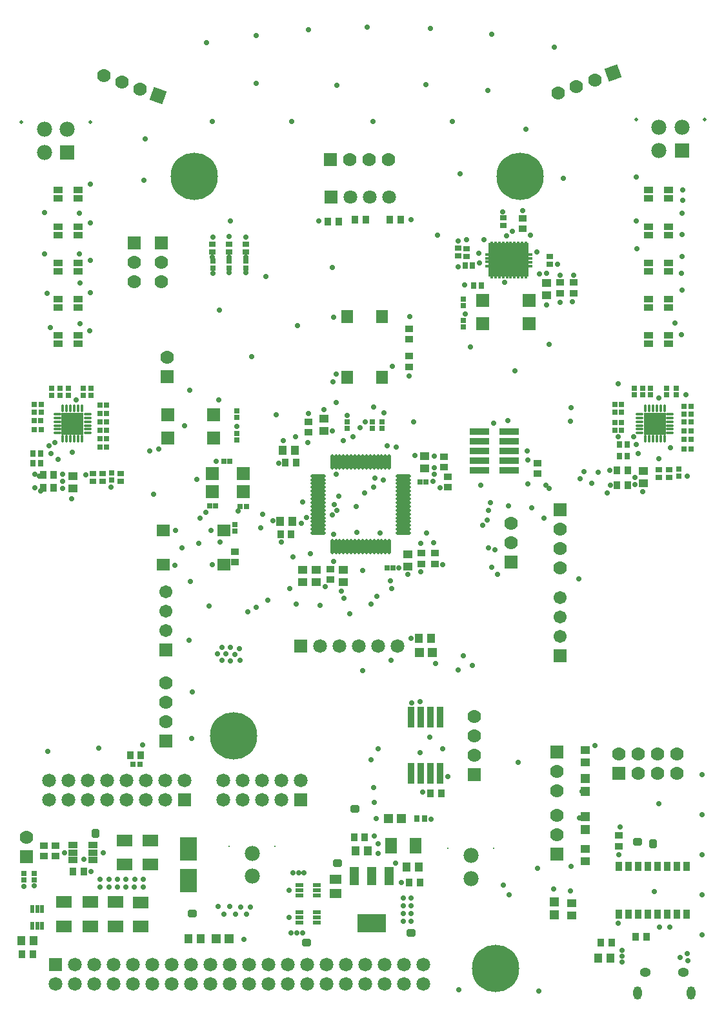
<source format=gts>
G04*
G04 #@! TF.GenerationSoftware,Altium Limited,Altium Designer,20.1.12 (249)*
G04*
G04 Layer_Color=8388736*
%FSLAX25Y25*%
%MOIN*%
G70*
G04*
G04 #@! TF.SameCoordinates,8DF9F49D-D30B-48C0-AB84-75DE52E997E5*
G04*
G04*
G04 #@! TF.FilePolarity,Negative*
G04*
G01*
G75*
%ADD58R,0.20900X0.17400*%
%ADD59R,0.02572X0.02965*%
%ADD60R,0.02965X0.02572*%
%ADD61R,0.03359X0.02965*%
%ADD62R,0.04737X0.05131*%
%ADD63R,0.04343X0.03556*%
%ADD64R,0.04737X0.04343*%
%ADD65R,0.04343X0.04737*%
%ADD66R,0.03556X0.04343*%
%ADD67R,0.05131X0.03753*%
%ADD68R,0.07099X0.07099*%
G04:AMPARAMS|DCode=69|XSize=38mil|YSize=48mil|CornerRadius=0mil|HoleSize=0mil|Usage=FLASHONLY|Rotation=180.000|XOffset=0mil|YOffset=0mil|HoleType=Round|Shape=Octagon|*
%AMOCTAGOND69*
4,1,8,0.00950,-0.02400,-0.00950,-0.02400,-0.01900,-0.01450,-0.01900,0.01450,-0.00950,0.02400,0.00950,0.02400,0.01900,0.01450,0.01900,-0.01450,0.00950,-0.02400,0.0*
%
%ADD69OCTAGOND69*%

%ADD70R,0.03792X0.05131*%
G04:AMPARAMS|DCode=71|XSize=38mil|YSize=48mil|CornerRadius=0mil|HoleSize=0mil|Usage=FLASHONLY|Rotation=90.000|XOffset=0mil|YOffset=0mil|HoleType=Round|Shape=Octagon|*
%AMOCTAGOND71*
4,1,8,-0.02400,-0.00950,-0.02400,0.00950,-0.01450,0.01900,0.01450,0.01900,0.02400,0.00950,0.02400,-0.00950,0.01450,-0.01900,-0.01450,-0.01900,-0.02400,-0.00950,0.0*
%
%ADD71OCTAGOND71*%

%ADD72R,0.04147X0.02375*%
%ADD73R,0.10249X0.03792*%
%ADD74R,0.03300X0.10800*%
%ADD75R,0.07099X0.05918*%
%ADD76R,0.05918X0.07099*%
%ADD77O,0.03950X0.01587*%
%ADD78O,0.01587X0.03950*%
%ADD79R,0.11430X0.11430*%
%ADD80R,0.02965X0.03359*%
%ADD81R,0.02847X0.02847*%
%ADD82O,0.01981X0.07887*%
%ADD83O,0.07887X0.01981*%
%ADD84R,0.02847X0.02847*%
%ADD85R,0.05131X0.04737*%
%ADD86R,0.06115X0.08280*%
%ADD87R,0.06312X0.04934*%
%ADD88R,0.05131X0.09265*%
%ADD89R,0.05131X0.09265*%
%ADD90R,0.14580X0.09265*%
%ADD91R,0.02375X0.04147*%
%ADD92R,0.08280X0.06115*%
%ADD93R,0.04800X0.03500*%
%ADD94R,0.01784X0.04737*%
%ADD95R,0.04245X0.01784*%
%ADD96R,0.09068X0.12020*%
%ADD97R,0.06706X0.06706*%
%ADD98C,0.06706*%
%ADD99R,0.07000X0.07000*%
%ADD100C,0.07000*%
%ADD101O,0.04343X0.06902*%
%ADD102O,0.05721X0.04540*%
%ADD103C,0.00800*%
%ADD104C,0.07800*%
%ADD105R,0.07000X0.07000*%
%ADD106C,0.01968*%
%ADD107R,0.07800X0.07800*%
%ADD108C,0.24422*%
%ADD109C,0.07099*%
%ADD110R,0.07099X0.07099*%
%ADD111P,0.09900X4X245.0*%
%ADD112P,0.09900X4X205.0*%
G04:AMPARAMS|DCode=113|XSize=70.94mil|YSize=70.94mil|CornerRadius=35.47mil|HoleSize=0mil|Usage=FLASHONLY|Rotation=90.000|XOffset=0mil|YOffset=0mil|HoleType=Round|Shape=RoundedRectangle|*
%AMROUNDEDRECTD113*
21,1,0.07094,0.00000,0,0,90.0*
21,1,0.00000,0.07094,0,0,90.0*
1,1,0.07094,0.00000,0.00000*
1,1,0.07094,0.00000,0.00000*
1,1,0.07094,0.00000,0.00000*
1,1,0.07094,0.00000,0.00000*
%
%ADD113ROUNDEDRECTD113*%
%ADD114R,0.07094X0.07094*%
%ADD115C,0.02800*%
%ADD116C,0.02769*%
D58*
X301566Y387136D02*
D03*
D59*
X166172Y260100D02*
D03*
X162628D02*
D03*
X59972Y299800D02*
D03*
X56428D02*
D03*
X59972Y308500D02*
D03*
X56428D02*
D03*
X93872Y290650D02*
D03*
X90328D02*
D03*
Y299310D02*
D03*
X93872D02*
D03*
X90328Y294980D02*
D03*
X93872D02*
D03*
X90328Y312300D02*
D03*
X93872D02*
D03*
X90328Y303640D02*
D03*
X93872D02*
D03*
X59900Y304200D02*
D03*
X56357D02*
D03*
X356357Y308600D02*
D03*
X359900D02*
D03*
X356357Y303200D02*
D03*
X359900D02*
D03*
X356357Y299300D02*
D03*
X359900D02*
D03*
X356357Y312600D02*
D03*
X359900D02*
D03*
X392228Y289800D02*
D03*
X395772D02*
D03*
X392228Y299100D02*
D03*
X395772D02*
D03*
X392228Y294500D02*
D03*
X395772D02*
D03*
Y303540D02*
D03*
X392228D02*
D03*
Y311700D02*
D03*
X395772D02*
D03*
X392228Y307600D02*
D03*
X395772D02*
D03*
X90328Y307970D02*
D03*
X93872D02*
D03*
X59972Y312700D02*
D03*
X56428D02*
D03*
X107528Y127000D02*
D03*
X111072D02*
D03*
D60*
X165700Y382928D02*
D03*
Y386472D02*
D03*
X157200Y382928D02*
D03*
Y386472D02*
D03*
X148700Y382928D02*
D03*
Y386472D02*
D03*
X218000Y300228D02*
D03*
Y303772D02*
D03*
X236000Y303772D02*
D03*
Y300228D02*
D03*
X231000Y303772D02*
D03*
Y300228D02*
D03*
X51000Y70772D02*
D03*
Y67228D02*
D03*
X65436Y317306D02*
D03*
Y320850D02*
D03*
X96339Y273607D02*
D03*
Y277150D02*
D03*
X370625Y321072D02*
D03*
Y317528D02*
D03*
X383200Y321072D02*
D03*
Y317528D02*
D03*
X374900Y321072D02*
D03*
Y317528D02*
D03*
X389500Y275628D02*
D03*
Y279172D02*
D03*
X366400Y321072D02*
D03*
Y317528D02*
D03*
X388200Y321072D02*
D03*
Y317528D02*
D03*
X69900Y317306D02*
D03*
Y320850D02*
D03*
X81700Y317306D02*
D03*
Y320850D02*
D03*
X74036Y317306D02*
D03*
Y320850D02*
D03*
X85739Y317306D02*
D03*
Y320850D02*
D03*
X160000Y250772D02*
D03*
Y247228D02*
D03*
X56300Y67228D02*
D03*
Y70772D02*
D03*
D61*
X165800Y395300D02*
D03*
Y391363D02*
D03*
X157000Y395300D02*
D03*
Y391363D02*
D03*
X148600Y395300D02*
D03*
Y391363D02*
D03*
X91839Y273017D02*
D03*
Y276954D02*
D03*
X101139Y273017D02*
D03*
Y276954D02*
D03*
X86739Y273017D02*
D03*
Y276954D02*
D03*
X379200Y275038D02*
D03*
Y278975D02*
D03*
X384600Y275038D02*
D03*
Y278975D02*
D03*
X298700Y404969D02*
D03*
Y408906D02*
D03*
X322700Y388968D02*
D03*
Y385032D02*
D03*
X279700Y389000D02*
D03*
Y392937D02*
D03*
X275400Y393168D02*
D03*
Y389231D02*
D03*
D62*
X255407Y184700D02*
D03*
X262100D02*
D03*
X246000Y99000D02*
D03*
X239307D02*
D03*
X150507Y36900D02*
D03*
X157200D02*
D03*
D63*
X270100Y275356D02*
D03*
Y269844D02*
D03*
X198000Y298244D02*
D03*
Y303756D02*
D03*
X328100Y370044D02*
D03*
Y375556D02*
D03*
X256300Y235856D02*
D03*
Y230344D02*
D03*
X263600Y235956D02*
D03*
Y230444D02*
D03*
X209400Y227656D02*
D03*
Y222144D02*
D03*
X250000Y346244D02*
D03*
Y351756D02*
D03*
X250000Y337512D02*
D03*
Y332000D02*
D03*
X160000Y236756D02*
D03*
Y231244D02*
D03*
X308700Y403244D02*
D03*
Y408756D02*
D03*
X335000Y375556D02*
D03*
Y370044D02*
D03*
X358500Y84744D02*
D03*
Y90256D02*
D03*
X61450Y85104D02*
D03*
Y79593D02*
D03*
X67550D02*
D03*
Y85104D02*
D03*
X316300Y282456D02*
D03*
Y276944D02*
D03*
X268000Y285756D02*
D03*
Y280244D02*
D03*
D64*
X206000Y305150D02*
D03*
Y298850D02*
D03*
X216000Y227150D02*
D03*
Y220850D02*
D03*
X76339Y275550D02*
D03*
Y269251D02*
D03*
X371100Y271987D02*
D03*
Y278286D02*
D03*
X249300Y229100D02*
D03*
Y235399D02*
D03*
X202200Y227150D02*
D03*
Y220850D02*
D03*
X321000Y368863D02*
D03*
Y375162D02*
D03*
X341000Y127850D02*
D03*
Y134150D02*
D03*
Y83299D02*
D03*
Y77000D02*
D03*
X334000Y49000D02*
D03*
Y55299D02*
D03*
X258000Y279701D02*
D03*
Y286000D02*
D03*
X195200Y220850D02*
D03*
Y227150D02*
D03*
D65*
X184850Y289000D02*
D03*
X191150D02*
D03*
X49850Y36000D02*
D03*
X56150D02*
D03*
X183350Y252200D02*
D03*
X189650D02*
D03*
X261550Y192000D02*
D03*
X255250D02*
D03*
X347850Y27000D02*
D03*
X354150D02*
D03*
X248701Y74000D02*
D03*
X255000D02*
D03*
X228774Y82146D02*
D03*
X222474D02*
D03*
X142550Y36900D02*
D03*
X136250D02*
D03*
D66*
X191656Y282500D02*
D03*
X186144D02*
D03*
X55756Y29000D02*
D03*
X50244D02*
D03*
X76594Y71648D02*
D03*
X82106D02*
D03*
X266756Y112000D02*
D03*
X261244D02*
D03*
X61084Y269750D02*
D03*
X66595D02*
D03*
X61084Y276150D02*
D03*
X66595D02*
D03*
X357444Y271100D02*
D03*
X362956D02*
D03*
X357444Y278700D02*
D03*
X362956D02*
D03*
X189256Y245700D02*
D03*
X183744D02*
D03*
X105944Y131600D02*
D03*
X111456D02*
D03*
X372756Y38000D02*
D03*
X367244D02*
D03*
X354756Y35000D02*
D03*
X349244D02*
D03*
X255756Y66000D02*
D03*
X250244D02*
D03*
X221719Y89146D02*
D03*
X227230D02*
D03*
X208244Y407000D02*
D03*
X213756D02*
D03*
X245756Y407879D02*
D03*
X240244D02*
D03*
X222244D02*
D03*
X227756D02*
D03*
D67*
X79158Y343835D02*
D03*
Y348165D02*
D03*
X68843Y343835D02*
D03*
Y348165D02*
D03*
Y423165D02*
D03*
Y418835D02*
D03*
X79158Y423165D02*
D03*
Y418835D02*
D03*
Y400085D02*
D03*
Y404415D02*
D03*
X68843Y400085D02*
D03*
Y404415D02*
D03*
X373843Y423165D02*
D03*
Y418835D02*
D03*
X384157Y423165D02*
D03*
Y418835D02*
D03*
X373843Y404415D02*
D03*
Y400085D02*
D03*
X384157Y404415D02*
D03*
Y400085D02*
D03*
X373843Y385665D02*
D03*
Y381335D02*
D03*
X384157Y385665D02*
D03*
Y381335D02*
D03*
X373843Y348165D02*
D03*
Y343835D02*
D03*
X384157Y348165D02*
D03*
Y343835D02*
D03*
X373843Y366915D02*
D03*
Y362585D02*
D03*
X384157Y366915D02*
D03*
Y362585D02*
D03*
X68843Y385665D02*
D03*
Y381335D02*
D03*
X79158Y385665D02*
D03*
Y381335D02*
D03*
X68843Y366915D02*
D03*
Y362585D02*
D03*
X79158Y366915D02*
D03*
Y362585D02*
D03*
D68*
X288200Y354351D02*
D03*
X311948D02*
D03*
X288200Y366300D02*
D03*
X311948D02*
D03*
X164348Y277000D02*
D03*
X148600D02*
D03*
X164348Y267551D02*
D03*
X148600D02*
D03*
X125400Y295300D02*
D03*
X149148D02*
D03*
X125400Y307249D02*
D03*
X149148D02*
D03*
D69*
X376000Y86000D02*
D03*
X88100Y91450D02*
D03*
D70*
X358500Y49795D02*
D03*
X363500D02*
D03*
X368500D02*
D03*
X373500D02*
D03*
X378500D02*
D03*
X383500D02*
D03*
X388500D02*
D03*
X393500D02*
D03*
X358500Y74205D02*
D03*
X363500D02*
D03*
X368500D02*
D03*
X373500D02*
D03*
X378500D02*
D03*
X383500D02*
D03*
X388500D02*
D03*
X393500D02*
D03*
D71*
X222000Y104000D02*
D03*
X213000Y76000D02*
D03*
X138000Y50000D02*
D03*
X251000Y40000D02*
D03*
X368000Y87000D02*
D03*
X197000Y35000D02*
D03*
D72*
X193571Y50559D02*
D03*
Y48000D02*
D03*
Y45441D02*
D03*
X202429D02*
D03*
Y48000D02*
D03*
Y50559D02*
D03*
X193571Y64559D02*
D03*
Y62000D02*
D03*
Y59441D02*
D03*
X202429D02*
D03*
Y62000D02*
D03*
Y64559D02*
D03*
D73*
X301877Y293800D02*
D03*
Y298800D02*
D03*
Y288800D02*
D03*
Y283800D02*
D03*
Y278800D02*
D03*
X286523Y298800D02*
D03*
Y293800D02*
D03*
Y288800D02*
D03*
Y283800D02*
D03*
Y278800D02*
D03*
D74*
X251100Y122400D02*
D03*
X256100D02*
D03*
X261100D02*
D03*
X266100D02*
D03*
Y151400D02*
D03*
X261100D02*
D03*
X256100D02*
D03*
X251100D02*
D03*
D75*
X123052Y230042D02*
D03*
Y247758D02*
D03*
X154548Y230042D02*
D03*
Y247758D02*
D03*
D76*
X235958Y326552D02*
D03*
X218242D02*
D03*
X235958Y358048D02*
D03*
X218242D02*
D03*
D77*
X84039Y297863D02*
D03*
Y299832D02*
D03*
Y301800D02*
D03*
Y303768D02*
D03*
Y305737D02*
D03*
Y307705D02*
D03*
X68291D02*
D03*
Y305737D02*
D03*
Y303768D02*
D03*
Y301800D02*
D03*
Y299832D02*
D03*
Y297863D02*
D03*
X369152D02*
D03*
Y299832D02*
D03*
Y301800D02*
D03*
Y303768D02*
D03*
Y305737D02*
D03*
Y307705D02*
D03*
X384900D02*
D03*
Y305737D02*
D03*
Y303768D02*
D03*
Y301800D02*
D03*
Y299832D02*
D03*
Y297863D02*
D03*
D78*
X81087Y310658D02*
D03*
X79118D02*
D03*
X77150D02*
D03*
X75181D02*
D03*
X73213D02*
D03*
X71244D02*
D03*
Y294910D02*
D03*
X73213D02*
D03*
X75181D02*
D03*
X77150D02*
D03*
X79118D02*
D03*
X81087D02*
D03*
X381947D02*
D03*
X379979D02*
D03*
X378010D02*
D03*
X376042D02*
D03*
X374073D02*
D03*
X372105D02*
D03*
Y310658D02*
D03*
X374073D02*
D03*
X376042D02*
D03*
X378010D02*
D03*
X379979D02*
D03*
X381947D02*
D03*
D79*
X76165Y302784D02*
D03*
X377026D02*
D03*
D80*
X55839Y282450D02*
D03*
X59776D02*
D03*
X55839Y287150D02*
D03*
X59776D02*
D03*
X358832Y286100D02*
D03*
X362769D02*
D03*
X358738Y291900D02*
D03*
X362675D02*
D03*
X287469Y374100D02*
D03*
X283531D02*
D03*
X282937Y384400D02*
D03*
X279000D02*
D03*
X254031Y99000D02*
D03*
X257968D02*
D03*
D81*
X241875Y228400D02*
D03*
X238725D02*
D03*
X258775Y272800D02*
D03*
X255625D02*
D03*
X150175Y260400D02*
D03*
X147025D02*
D03*
X157575Y283400D02*
D03*
X154425D02*
D03*
D82*
X210336Y282850D02*
D03*
X212305D02*
D03*
X214273D02*
D03*
X216242D02*
D03*
X218210D02*
D03*
X220179D02*
D03*
X222147D02*
D03*
X224116D02*
D03*
X226084D02*
D03*
X228053D02*
D03*
X230021D02*
D03*
X231990D02*
D03*
X233958D02*
D03*
X235927D02*
D03*
X237895D02*
D03*
X239864D02*
D03*
Y239150D02*
D03*
X237895D02*
D03*
X235927D02*
D03*
X233958D02*
D03*
X231990D02*
D03*
X230021D02*
D03*
X228053D02*
D03*
X226084D02*
D03*
X224116D02*
D03*
X222147D02*
D03*
X220179D02*
D03*
X218210D02*
D03*
X216242D02*
D03*
X214273D02*
D03*
X212305D02*
D03*
X210336D02*
D03*
D83*
X246950Y275764D02*
D03*
Y273795D02*
D03*
Y271827D02*
D03*
Y269858D02*
D03*
Y267890D02*
D03*
Y265921D02*
D03*
Y263953D02*
D03*
Y261984D02*
D03*
Y260016D02*
D03*
Y258047D02*
D03*
Y256079D02*
D03*
Y254110D02*
D03*
Y252142D02*
D03*
Y250173D02*
D03*
Y248205D02*
D03*
Y246236D02*
D03*
X203250D02*
D03*
Y248205D02*
D03*
Y250173D02*
D03*
Y252142D02*
D03*
Y254110D02*
D03*
Y256079D02*
D03*
Y258047D02*
D03*
Y260016D02*
D03*
Y261984D02*
D03*
Y263953D02*
D03*
Y265921D02*
D03*
Y267890D02*
D03*
Y269858D02*
D03*
Y271827D02*
D03*
Y273795D02*
D03*
Y275764D02*
D03*
D84*
X278200Y363725D02*
D03*
Y366875D02*
D03*
Y355875D02*
D03*
Y352725D02*
D03*
X161000Y297575D02*
D03*
Y294425D02*
D03*
Y306000D02*
D03*
Y309150D02*
D03*
D85*
X325000Y49150D02*
D03*
Y55843D02*
D03*
X341000Y119693D02*
D03*
Y113000D02*
D03*
Y93307D02*
D03*
Y100000D02*
D03*
D86*
X253299Y85000D02*
D03*
X240701D02*
D03*
D87*
X212000Y60260D02*
D03*
Y67740D02*
D03*
D88*
X239918Y69314D02*
D03*
X221808D02*
D03*
D89*
X230863D02*
D03*
D90*
X230863Y44905D02*
D03*
D91*
X60559Y43571D02*
D03*
X58000D02*
D03*
X55441D02*
D03*
Y52429D02*
D03*
X58000D02*
D03*
X60559D02*
D03*
D92*
X103250Y87748D02*
D03*
Y75150D02*
D03*
X116350Y87748D02*
D03*
Y75150D02*
D03*
X71900Y43401D02*
D03*
Y55999D02*
D03*
X85400Y43301D02*
D03*
Y55899D02*
D03*
X98600Y43301D02*
D03*
Y55899D02*
D03*
X111500Y43201D02*
D03*
Y55799D02*
D03*
D93*
X76550Y85248D02*
D03*
Y81448D02*
D03*
X86750Y85248D02*
D03*
Y81448D02*
D03*
Y77748D02*
D03*
X76550D02*
D03*
D94*
X292758Y379898D02*
D03*
X294726Y379900D02*
D03*
X296694D02*
D03*
X298663D02*
D03*
X300631D02*
D03*
X302600D02*
D03*
X304569D02*
D03*
X306537D02*
D03*
X308506D02*
D03*
X310474D02*
D03*
X292758Y394174D02*
D03*
X294726D02*
D03*
X296694D02*
D03*
X298663D02*
D03*
X300631D02*
D03*
X302600D02*
D03*
X304569D02*
D03*
X306537D02*
D03*
X308506D02*
D03*
X310474D02*
D03*
D95*
X291478Y384083D02*
D03*
Y386136D02*
D03*
Y388020D02*
D03*
Y389989D02*
D03*
X311754Y386052D02*
D03*
Y388020D02*
D03*
Y389989D02*
D03*
Y384083D02*
D03*
D96*
X136000Y83169D02*
D03*
Y66831D02*
D03*
D97*
X124500Y186000D02*
D03*
X328000Y183000D02*
D03*
D98*
X124500Y196000D02*
D03*
Y206000D02*
D03*
Y216000D02*
D03*
X328000Y213000D02*
D03*
Y203000D02*
D03*
Y193000D02*
D03*
D99*
X302800Y231400D02*
D03*
X283900Y121700D02*
D03*
X108000Y396000D02*
D03*
X122000D02*
D03*
X125000Y327000D02*
D03*
X52500Y79400D02*
D03*
X326300Y133200D02*
D03*
Y80500D02*
D03*
X328100Y258200D02*
D03*
X124500Y139000D02*
D03*
D100*
X302800Y241400D02*
D03*
Y251400D02*
D03*
X219600Y438900D02*
D03*
X229600D02*
D03*
X239600D02*
D03*
X283900Y131700D02*
D03*
Y141700D02*
D03*
Y151700D02*
D03*
X108000Y376000D02*
D03*
Y386000D02*
D03*
X122000Y376000D02*
D03*
Y386000D02*
D03*
X388600Y132200D02*
D03*
Y122200D02*
D03*
X378600Y132200D02*
D03*
Y122200D02*
D03*
X368600Y132200D02*
D03*
Y122200D02*
D03*
X358600Y132200D02*
D03*
X125000Y337000D02*
D03*
X52500Y89400D02*
D03*
X326300Y123200D02*
D03*
Y113200D02*
D03*
Y90500D02*
D03*
Y100500D02*
D03*
X328100Y248200D02*
D03*
Y238200D02*
D03*
Y228200D02*
D03*
X345942Y480107D02*
D03*
X336545Y476686D02*
D03*
X327148Y473266D02*
D03*
X111181Y475386D02*
D03*
X101784Y478807D02*
D03*
X92387Y482227D02*
D03*
X124500Y169000D02*
D03*
Y159000D02*
D03*
Y149000D02*
D03*
D101*
X368220Y9000D02*
D03*
X395779D02*
D03*
D102*
X372158Y19630D02*
D03*
X391843D02*
D03*
D103*
X180811Y84700D02*
D03*
X157189D02*
D03*
X293811Y83511D02*
D03*
X270189D02*
D03*
D104*
X169000Y69189D02*
D03*
Y81000D02*
D03*
X282000Y68000D02*
D03*
Y79811D02*
D03*
X391000Y455611D02*
D03*
X379189Y443800D02*
D03*
Y455611D02*
D03*
X73511Y454511D02*
D03*
X61700Y442700D02*
D03*
Y454511D02*
D03*
D105*
X209600Y438900D02*
D03*
X358600Y122200D02*
D03*
D106*
X367378Y459548D02*
D03*
X402811D02*
D03*
X49889Y458448D02*
D03*
X85322D02*
D03*
D107*
X391000Y443800D02*
D03*
X73511Y442700D02*
D03*
D108*
X294700Y21500D02*
D03*
X159300Y141600D02*
D03*
X307500Y430200D02*
D03*
X139200D02*
D03*
D109*
X239800Y419700D02*
D03*
X229800D02*
D03*
X219800D02*
D03*
D110*
X209800D02*
D03*
D111*
X355339Y483527D02*
D03*
D112*
X120578Y471966D02*
D03*
D113*
X153950Y118610D02*
D03*
Y108610D02*
D03*
X163950Y118610D02*
D03*
Y108610D02*
D03*
X173950Y118610D02*
D03*
Y108610D02*
D03*
X183950Y118610D02*
D03*
Y108610D02*
D03*
X193950Y118610D02*
D03*
X257300Y13800D02*
D03*
Y23800D02*
D03*
X247300Y13800D02*
D03*
Y23800D02*
D03*
X237300Y13800D02*
D03*
Y23800D02*
D03*
X227300Y13800D02*
D03*
Y23800D02*
D03*
X217300Y13800D02*
D03*
Y23800D02*
D03*
X207300Y13800D02*
D03*
Y23800D02*
D03*
X197300Y13800D02*
D03*
Y23800D02*
D03*
X187300Y13800D02*
D03*
Y23800D02*
D03*
X177300Y13800D02*
D03*
Y23800D02*
D03*
X167300Y13800D02*
D03*
Y23800D02*
D03*
X157300Y13800D02*
D03*
Y23800D02*
D03*
X147300Y13800D02*
D03*
Y23800D02*
D03*
X137300Y13800D02*
D03*
Y23800D02*
D03*
X127300Y13800D02*
D03*
Y23800D02*
D03*
X117300Y13800D02*
D03*
Y23800D02*
D03*
X107300Y13800D02*
D03*
Y23800D02*
D03*
X97300Y13800D02*
D03*
Y23800D02*
D03*
X87300Y13800D02*
D03*
Y23800D02*
D03*
X77300Y13800D02*
D03*
Y23800D02*
D03*
X67300Y13800D02*
D03*
X243950Y187900D02*
D03*
X233950D02*
D03*
X223950D02*
D03*
X213950D02*
D03*
X203950D02*
D03*
X63950Y118610D02*
D03*
Y108610D02*
D03*
X73950Y118610D02*
D03*
Y108610D02*
D03*
X83950Y118610D02*
D03*
Y108610D02*
D03*
X93950Y118610D02*
D03*
Y108610D02*
D03*
X103950Y118610D02*
D03*
Y108610D02*
D03*
X113950Y118610D02*
D03*
Y108610D02*
D03*
X123950Y118610D02*
D03*
Y108610D02*
D03*
X133950Y118610D02*
D03*
D114*
X193950Y108610D02*
D03*
X67300Y23800D02*
D03*
X193950Y187900D02*
D03*
X133950Y108610D02*
D03*
D115*
X134100Y301700D02*
D03*
X393100Y317800D02*
D03*
X358200Y323400D02*
D03*
X344300Y272000D02*
D03*
X287100Y270900D02*
D03*
X313600Y259400D02*
D03*
X301500Y260300D02*
D03*
X188300Y217600D02*
D03*
X199025Y235637D02*
D03*
X257157Y112797D02*
D03*
X145200Y257100D02*
D03*
X215200Y216200D02*
D03*
X206700Y218700D02*
D03*
X312700Y400000D02*
D03*
X288700Y397800D02*
D03*
X303500Y402100D02*
D03*
X298500Y412000D02*
D03*
X300300Y399600D02*
D03*
X176200Y378600D02*
D03*
X197900Y293000D02*
D03*
X198000Y308000D02*
D03*
X191300Y296000D02*
D03*
X192500Y353400D02*
D03*
X165700Y399100D02*
D03*
X148700Y398900D02*
D03*
X206000Y310000D02*
D03*
X210708Y324292D02*
D03*
X165800Y380500D02*
D03*
X168900Y337400D02*
D03*
X165800Y388700D02*
D03*
X157100D02*
D03*
X148600Y388800D02*
D03*
X148700Y380300D02*
D03*
X157100Y380500D02*
D03*
X157000Y399300D02*
D03*
X263900Y178900D02*
D03*
X401400Y121500D02*
D03*
Y80250D02*
D03*
Y39000D02*
D03*
Y59625D02*
D03*
X376800Y61200D02*
D03*
X401400Y100875D02*
D03*
X379200Y106800D02*
D03*
X317000Y10000D02*
D03*
X275700Y10600D02*
D03*
X63400Y133800D02*
D03*
X89700Y135400D02*
D03*
X137700Y140200D02*
D03*
X138100Y164400D02*
D03*
X136500Y190900D02*
D03*
X137100Y221300D02*
D03*
X276300Y431800D02*
D03*
X329800Y429400D02*
D03*
X310600Y454500D02*
D03*
X272600Y458700D02*
D03*
X231600Y458800D02*
D03*
X290900Y474600D02*
D03*
X258900Y477500D02*
D03*
X212900Y477200D02*
D03*
X325100Y496900D02*
D03*
X292800Y503700D02*
D03*
X261000Y506500D02*
D03*
X228400Y507300D02*
D03*
X198200Y505900D02*
D03*
X171100Y503000D02*
D03*
X145600Y499400D02*
D03*
X171100Y478400D02*
D03*
X189300Y458600D02*
D03*
X148400D02*
D03*
X113800Y449600D02*
D03*
X113200Y428300D02*
D03*
X157900Y407300D02*
D03*
X210400Y383300D02*
D03*
X152100Y361400D02*
D03*
X151800Y315000D02*
D03*
X181600Y307200D02*
D03*
X322500Y343600D02*
D03*
X304800Y329900D02*
D03*
X281700Y342200D02*
D03*
X391300Y418100D02*
D03*
X391100Y400400D02*
D03*
X390900Y380400D02*
D03*
X387300Y354500D02*
D03*
X367800Y393000D02*
D03*
X367500Y407300D02*
D03*
X367400Y430100D02*
D03*
X64900Y352300D02*
D03*
X63200Y370000D02*
D03*
X80200Y375300D02*
D03*
Y354200D02*
D03*
X79900Y390300D02*
D03*
X61900Y390400D02*
D03*
X79900Y411400D02*
D03*
X61900Y411500D02*
D03*
X308700Y412700D02*
D03*
X299600Y375500D02*
D03*
X316100Y391200D02*
D03*
X286200Y390800D02*
D03*
X286300Y385770D02*
D03*
X270000Y120500D02*
D03*
X352400Y266900D02*
D03*
X354271Y271100D02*
D03*
X366800Y271400D02*
D03*
X319800Y254100D02*
D03*
X320900Y271100D02*
D03*
X316600Y73200D02*
D03*
X195000Y40000D02*
D03*
X164800Y36800D02*
D03*
X261400Y98800D02*
D03*
X370900Y267600D02*
D03*
X337900Y222500D02*
D03*
X244800Y228400D02*
D03*
X295800Y224900D02*
D03*
X292900Y228600D02*
D03*
X226203Y226900D02*
D03*
X368500Y287400D02*
D03*
X366700Y274900D02*
D03*
X155600Y183900D02*
D03*
X153400Y180600D02*
D03*
X151000Y183900D02*
D03*
X162800Y180700D02*
D03*
X157900Y180400D02*
D03*
Y187300D02*
D03*
X216300Y212500D02*
D03*
X146800Y208600D02*
D03*
X379200Y284629D02*
D03*
X353671Y278700D02*
D03*
X235100Y246400D02*
D03*
X236900Y273600D02*
D03*
X347900Y277700D02*
D03*
X212500Y313800D02*
D03*
X136700Y320100D02*
D03*
X140400Y274100D02*
D03*
X141500Y241000D02*
D03*
X184200Y241650D02*
D03*
X152434D02*
D03*
X147900Y247500D02*
D03*
X195100Y262300D02*
D03*
X197121Y254331D02*
D03*
X213700Y265200D02*
D03*
X211400Y261000D02*
D03*
X231900Y270000D02*
D03*
X232400Y274600D02*
D03*
X227200Y266900D02*
D03*
X291000Y238500D02*
D03*
X262600Y272900D02*
D03*
X266100Y269700D02*
D03*
X306600Y127887D02*
D03*
X293700Y303090D02*
D03*
X252385Y303500D02*
D03*
X311000Y288700D02*
D03*
X301200Y304300D02*
D03*
X294300Y237600D02*
D03*
X243350Y290700D02*
D03*
X238700Y291300D02*
D03*
X210600Y298900D02*
D03*
X120700Y289500D02*
D03*
X116000Y288500D02*
D03*
X150400Y283250D02*
D03*
X216000Y294000D02*
D03*
X224800Y300500D02*
D03*
X227600Y303800D02*
D03*
X132800Y238600D02*
D03*
X256231Y240969D02*
D03*
X259000Y246355D02*
D03*
X112548Y137048D02*
D03*
X241200Y217700D02*
D03*
X171100Y208000D02*
D03*
X194300Y251300D02*
D03*
X179900Y252500D02*
D03*
X190000Y234100D02*
D03*
X177100Y211500D02*
D03*
X191700Y209600D02*
D03*
X204000Y209000D02*
D03*
X333600Y303900D02*
D03*
X322600Y269267D02*
D03*
X333900Y310900D02*
D03*
X339300Y113000D02*
D03*
X301700Y59500D02*
D03*
X298900Y64700D02*
D03*
X333900Y74200D02*
D03*
X324700Y62800D02*
D03*
X337951Y99149D02*
D03*
X340350Y278000D02*
D03*
X338500Y274200D02*
D03*
X237000Y308200D02*
D03*
X231900Y311200D02*
D03*
X267400Y135100D02*
D03*
X251400Y158500D02*
D03*
X255800Y159300D02*
D03*
X260900Y140900D02*
D03*
X241600Y332300D02*
D03*
X212500Y328300D02*
D03*
X182700Y282400D02*
D03*
X161673Y257519D02*
D03*
X174500Y256100D02*
D03*
X218000Y307000D02*
D03*
X264800Y400000D02*
D03*
X279800Y397500D02*
D03*
X142250Y254100D02*
D03*
X211200Y245700D02*
D03*
X223000Y246800D02*
D03*
X129600Y247700D02*
D03*
X129100Y229500D02*
D03*
X148480Y230042D02*
D03*
X118100Y266400D02*
D03*
X75900Y263900D02*
D03*
X226200Y175400D02*
D03*
X234200Y134900D02*
D03*
X255800Y132900D02*
D03*
X230600Y129400D02*
D03*
X233443Y213600D02*
D03*
X240500Y221700D02*
D03*
X275500Y175500D02*
D03*
X278000Y183000D02*
D03*
X240700Y180800D02*
D03*
X394000Y25500D02*
D03*
X393800Y29300D02*
D03*
X390200Y27200D02*
D03*
X358200Y44900D02*
D03*
X219400Y204700D02*
D03*
X251100Y192000D02*
D03*
X166700Y205500D02*
D03*
X222900Y259900D02*
D03*
X173400Y249100D02*
D03*
X232100Y107400D02*
D03*
X233000Y99000D02*
D03*
X231900Y115100D02*
D03*
X249300Y224900D02*
D03*
X262700Y241300D02*
D03*
X256200Y226400D02*
D03*
X282900Y177900D02*
D03*
X230300Y209700D02*
D03*
X311500Y271600D02*
D03*
X311400Y284100D02*
D03*
X292100Y262000D02*
D03*
X291021Y257921D02*
D03*
X290500Y252900D02*
D03*
X288000Y250200D02*
D03*
X335000Y379400D02*
D03*
X279064Y359436D02*
D03*
X278700Y374300D02*
D03*
X275600Y383700D02*
D03*
X161000Y301300D02*
D03*
X211200Y231500D02*
D03*
X263200Y276600D02*
D03*
X212300D02*
D03*
X210600Y255500D02*
D03*
X212900Y257900D02*
D03*
X267600Y230000D02*
D03*
X263200Y280100D02*
D03*
X253100Y286400D02*
D03*
X263000Y286100D02*
D03*
X83000Y276350D02*
D03*
X71139Y276800D02*
D03*
X359000Y94700D02*
D03*
X358300Y80300D02*
D03*
X379600Y43100D02*
D03*
X384700D02*
D03*
X333600Y61800D02*
D03*
X346259Y136641D02*
D03*
X195800Y71000D02*
D03*
X193000D02*
D03*
X162400Y186700D02*
D03*
X153500Y187200D02*
D03*
X160200Y183800D02*
D03*
X250600Y358000D02*
D03*
X250000Y327300D02*
D03*
X211000Y357500D02*
D03*
X251000Y408100D02*
D03*
X203600Y407400D02*
D03*
X334300Y365800D02*
D03*
X328000Y365400D02*
D03*
X321100Y363900D02*
D03*
X321000Y380300D02*
D03*
X328200Y379400D02*
D03*
X317300Y380100D02*
D03*
X326700Y384900D02*
D03*
X275300Y397037D02*
D03*
X391200Y411300D02*
D03*
X391100Y389000D02*
D03*
X391200Y371600D02*
D03*
X390700Y348700D02*
D03*
X391300Y423400D02*
D03*
X185000Y294000D02*
D03*
X168200Y53400D02*
D03*
X166200Y49700D02*
D03*
X160300Y49800D02*
D03*
X154400Y49600D02*
D03*
X163000Y53400D02*
D03*
X157300Y53800D02*
D03*
X151500Y53700D02*
D03*
X76000Y288000D02*
D03*
X358000Y296000D02*
D03*
X85600Y370300D02*
D03*
X85500Y386900D02*
D03*
X85600Y406400D02*
D03*
Y426300D02*
D03*
X85000Y350700D02*
D03*
X67000Y293000D02*
D03*
X78000Y315000D02*
D03*
X64000Y291200D02*
D03*
X367300Y292000D02*
D03*
X221000Y296000D02*
D03*
X366000D02*
D03*
X68839Y284250D02*
D03*
X65169Y287150D02*
D03*
X59200Y275500D02*
D03*
X59800Y267900D02*
D03*
X56939Y269650D02*
D03*
X56839Y276750D02*
D03*
X96239Y269950D02*
D03*
X71139Y273050D02*
D03*
Y269450D02*
D03*
X379000Y316000D02*
D03*
X385000Y290300D02*
D03*
X393700Y275700D02*
D03*
X243000Y76000D02*
D03*
X246000Y66000D02*
D03*
X234000Y81000D02*
D03*
Y86000D02*
D03*
X232000Y90000D02*
D03*
X190000Y71000D02*
D03*
X192000Y40000D02*
D03*
X189000D02*
D03*
X188000Y48000D02*
D03*
Y62000D02*
D03*
X360000Y25000D02*
D03*
Y31000D02*
D03*
Y28000D02*
D03*
X251000Y46000D02*
D03*
X247000D02*
D03*
X251000Y50000D02*
D03*
X247000D02*
D03*
X251000Y54000D02*
D03*
X247000D02*
D03*
X251000Y58000D02*
D03*
X247000D02*
D03*
X51000Y64000D02*
D03*
X82000Y78000D02*
D03*
X56500Y64200D02*
D03*
X72000Y81400D02*
D03*
X90500Y63600D02*
D03*
X94940D02*
D03*
X99380D02*
D03*
X103820D02*
D03*
X108260D02*
D03*
X112700D02*
D03*
X112720Y67700D02*
D03*
X108280D02*
D03*
X103840D02*
D03*
X99400D02*
D03*
X94960D02*
D03*
X90520D02*
D03*
X92150Y81448D02*
D03*
X85850Y71648D02*
D03*
D116*
X78331Y300619D02*
D03*
X74000D02*
D03*
X78331Y304950D02*
D03*
X74000D02*
D03*
X374861D02*
D03*
X379191D02*
D03*
X374861Y300619D02*
D03*
X379191D02*
D03*
M02*

</source>
